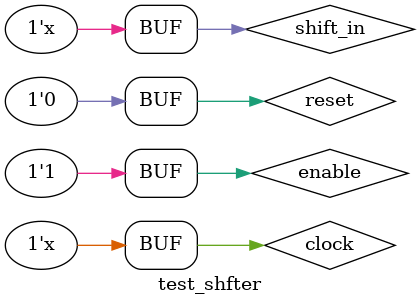
<source format=sv>
`timescale 1ns / 1ps

module test_shfter();
 logic clock, reset, enable, shift_in;
    logic out;


    shifter DUT(.clock(clock),
                 .reset(reset),
                 .enable(enable),
                 .shift_in(shift_in),
                 .out(out));
 always #10 clock=~clock;
 always #100 shift_in = ~shift_in;
 
 initial begin
 clock=0;
 reset = 1;
 enable = 1;
 shift_in = 1;
 
 #32 reset=0;


 
 
 
 end

endmodule

</source>
